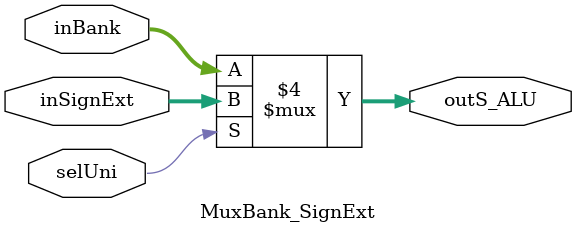
<source format=v>
`timescale 1ns /1ps
module MuxBank_SignExt(
	input [31:0] inBank,inSignExt,
	input selUni,
	output reg [31:0] outS_ALU
);
always@(*)
begin
	if(selUni==1) outS_ALU=inSignExt;//Elegir guardar valor en memoria
	else outS_ALU=inBank;//Elegir guardar valor en  ALU
end
endmodule
</source>
